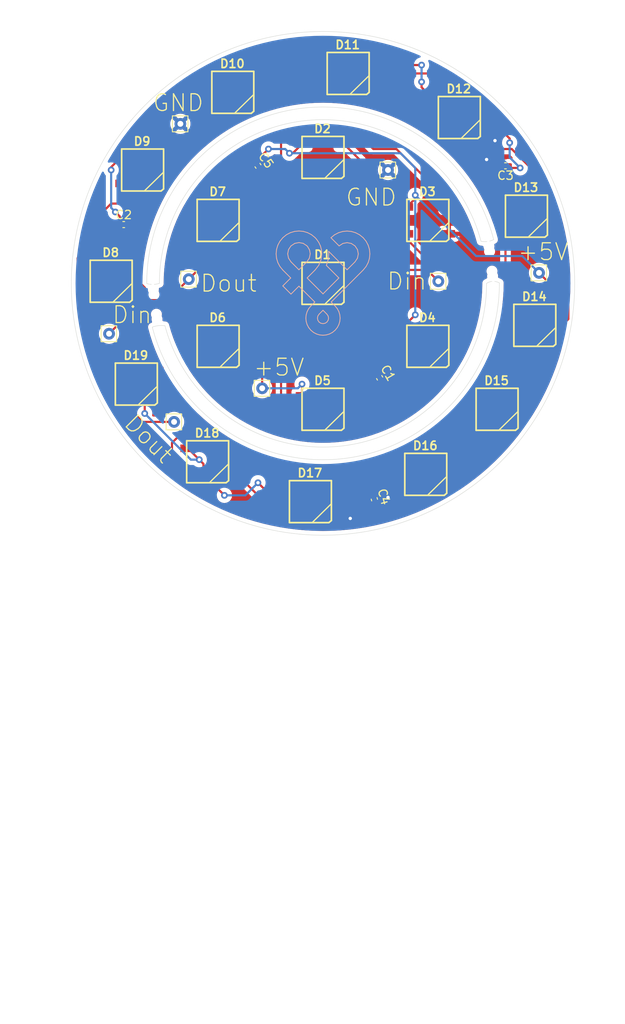
<source format=kicad_pcb>
(kicad_pcb (version 20211014) (generator pcbnew)
  (layers (0 "F.Cu" signal) (31 "B.Cu" signal) (34 "B.Paste" user) (35 "F.Paste" user) (36 "B.SilkS" user "B.Silkscreen") (37 "F.SilkS" user "F.Silkscreen") (38 "B.Mask" user) (39 "F.Mask" user) (44 "Edge.Cuts" user))
  (net 0 "")
  (net 1 "GND")
  (net 2 "+5V")
  (net 3 "Net-(D1-Pad4)")
  (net 4 "Net-(D1-Pad2)")
  (net 5 "Net-(D2-Pad2)")
  (net 6 "Net-(D4-Pad4)")
  (net 7 "Net-(D4-Pad2)")
  (net 8 "Net-(D5-Pad2)")
  (net 9 "Net-(D7-Pad2)")
  (net 10 "Net-(D8-Pad2)")
  (net 11 "Net-(D9-Pad2)")
  (net 12 "Net-(D10-Pad2)")
  (net 13 "Net-(D11-Pad2)")
  (net 14 "Net-(D12-Pad2)")
  (net 15 "Net-(D13-Pad2)")
  (net 16 "Net-(D14-Pad2)")
  (net 17 "Net-(D15-Pad2)")
  (net 18 "Net-(D16-Pad2)")
  (net 19 "Net-(D18-Pad4)")
  (net 20 "Net-(D18-Pad2)")
  (net 21 "Net-(H4-Pad1)")
  (net 22 "Net-(D7-Pad4)")
  (footprint "fingerpunch:WS2812B" (layer "F.Cu") (at 150 85)
    (fp_text reference "D2" (at -0.06 -3.41) (layer "F.SilkS") (effects (font (thickness 0.2))))
    (fp_text value "WS2812B" hide)
    (pad "1" smd rect locked (at -2.49936 -1.6002 90) (size 0.89916 1.50114) (layers "F.Cu" "F.Paste" "F.Mask") (net 2 "+5V"))
    (pad "2" smd rect locked (at -2.49936 1.6002 90) (size 0.89916 1.50114) (layers "F.Cu" "F.Paste" "F.Mask") (net 5 "Net-(D2-Pad2)"))
    (pad "3" smd rect locked (at 2.49936 1.6002 90) (size 0.89916 1.50114) (layers "F.Cu" "F.Paste" "F.Mask") (net 1 "GND"))
    (pad "4" smd rect locked (at 2.49936 -1.6002 90) (size 0.89916 1.50114) (layers "F.Cu" "F.Paste" "F.Mask") (net 4 "Net-(D1-Pad2)"))
  )
  (footprint "Capacitor_SMD:C_0402_1005Metric" (layer "F.Cu") (at 156.75 111.25 -60)
    (fp_text reference "C1" (at 0 -1.16 120) (layer "F.SilkS"))
    (fp_text value "10u")
    (pad "1" smd roundrect (at -0.48 0 300) (size 0.56 0.62) (layers "F.Cu" "F.Paste" "F.Mask") (net 2 "+5V"))
    (pad "2" smd roundrect (at 0.48 0 300) (size 0.56 0.62) (layers "F.Cu" "F.Paste" "F.Mask") (net 1 "GND"))
  )
  (footprint "Capacitor_SMD:C_0402_1005Metric" (layer "F.Cu") (at 126.25 93)
    (fp_text reference "C2" (at 0 -1.16) (layer "F.SilkS"))
    (fp_text value "10u")
    (pad "1" smd roundrect (at -0.48 0) (size 0.56 0.62) (layers "F.Cu" "F.Paste" "F.Mask") (net 2 "+5V"))
    (pad "2" smd roundrect (at 0.48 0) (size 0.56 0.62) (layers "F.Cu" "F.Paste" "F.Mask") (net 1 "GND"))
  )
  (footprint "fingerpunch:WS2812B" (layer "F.Cu") (at 170.75 115)
    (fp_text reference "D15" (at -0.06 -3.41) (layer "F.SilkS") (effects (font (thickness 0.2))))
    (fp_text value "WS2812B" hide)
    (pad "1" smd rect locked (at -2.49936 -1.6002 90) (size 0.89916 1.50114) (layers "F.Cu" "F.Paste" "F.Mask") (net 2 "+5V"))
    (pad "2" smd rect locked (at -2.49936 1.6002 90) (size 0.89916 1.50114) (layers "F.Cu" "F.Paste" "F.Mask") (net 17 "Net-(D15-Pad2)"))
    (pad "3" smd rect locked (at 2.49936 1.6002 90) (size 0.89916 1.50114) (layers "F.Cu" "F.Paste" "F.Mask") (net 1 "GND"))
    (pad "4" smd rect locked (at 2.49936 -1.6002 90) (size 0.89916 1.50114) (layers "F.Cu" "F.Paste" "F.Mask") (net 16 "Net-(D14-Pad2)"))
  )
  (footprint "fingerpunch:Breakaway_Tabs_with_Passthrough" (layer "F.Cu") (at 130 102.5 97)
    (fp_text reference "H5")
    (fp_text value "Breakaway_Tabs_with_Passthrough")
    (pad "" np_thru_hole circle (at 2.375 0 97) (size 0.3 0.3) (drill 0.3) (layers *.Cu *.Mask))
    (pad "" np_thru_hole circle (at -1.1875 0 97) (size 0.3 0.3) (drill 0.3) (layers *.Cu *.Mask))
    (pad "" np_thru_hole circle (at 1.1875 0 97) (size 0.3 0.3) (drill 0.3) (layers *.Cu *.Mask))
    (pad "" np_thru_hole circle (at 1.78125 0 97) (size 0.3 0.3) (drill 0.3) (layers *.Cu *.Mask))
    (pad "" np_thru_hole circle (at -2.375 0 97) (size 0.3 0.3) (drill 0.3) (layers *.Cu *.Mask))
    (pad "" np_thru_hole circle (at -1.78125 0 97) (size 0.3 0.3) (drill 0.3) (layers *.Cu *.Mask))
  )
  (footprint "Connector_Pin:Pin_D0.7mm_L6.5mm_W1.8mm_FlatFork" (layer "F.Cu") (at 134 99.5)
    (fp_text reference "H8")
    (fp_text value "MountingHole_Pad")
    (pad "1" thru_hole circle (at 0 0) (size 1.4 1.4) (drill 0.7) (layers *.Cu *.Mask) (net 9 "Net-(D7-Pad2)"))
  )
  (footprint "fingerpunch:WS2812B" (layer "F.Cu") (at 127.75 112)
    (fp_text reference "D19" (at -0.06 -3.41) (layer "F.SilkS") (effects (font (thickness 0.2))))
    (fp_text value "WS2812B" hide)
    (pad "1" smd rect locked (at -2.49936 -1.6002 90) (size 0.89916 1.50114) (layers "F.Cu" "F.Paste" "F.Mask") (net 2 "+5V"))
    (pad "2" smd rect locked (at -2.49936 1.6002 90) (size 0.89916 1.50114) (layers "F.Cu" "F.Paste" "F.Mask") (net 21 "Net-(H4-Pad1)"))
    (pad "3" smd rect locked (at 2.49936 1.6002 90) (size 0.89916 1.50114) (layers "F.Cu" "F.Paste" "F.Mask") (net 1 "GND"))
    (pad "4" smd rect locked (at 2.49936 -1.6002 90) (size 0.89916 1.50114) (layers "F.Cu" "F.Paste" "F.Mask") (net 20 "Net-(D18-Pad2)"))
  )
  (footprint "fingerpunch:Breakaway_Tabs_with_Passthrough" (layer "F.Cu") (at 170 97.367973 97)
    (fp_text reference "H6")
    (fp_text value "Breakaway_Tabs_with_Passthrough")
    (pad "" np_thru_hole circle (at 1.1875 0 97) (size 0.3 0.3) (drill 0.3) (layers *.Cu *.Mask))
    (pad "" np_thru_hole circle (at -1.1875 0 97) (size 0.3 0.3) (drill 0.3) (layers *.Cu *.Mask))
    (pad "" np_thru_hole circle (at -1.78125 0 97) (size 0.3 0.3) (drill 0.3) (layers *.Cu *.Mask))
    (pad "" np_thru_hole circle (at 1.78125 0 97) (size 0.3 0.3) (drill 0.3) (layers *.Cu *.Mask))
    (pad "" np_thru_hole circle (at -2.375 0 97) (size 0.3 0.3) (drill 0.3) (layers *.Cu *.Mask))
    (pad "" np_thru_hole circle (at 2.375 0 97) (size 0.3 0.3) (drill 0.3) (layers *.Cu *.Mask))
  )
  (footprint "Capacitor_SMD:C_0402_1005Metric" (layer "F.Cu") (at 142.25 86 -55)
    (fp_text reference "C5" (at 0 -1.16 125) (layer "F.SilkS"))
    (fp_text value "10u")
    (pad "1" smd roundrect (at -0.48 0 305) (size 0.56 0.62) (layers "F.Cu" "F.Paste" "F.Mask") (net 2 "+5V"))
    (pad "2" smd roundrect (at 0.48 0 305) (size 0.56 0.62) (layers "F.Cu" "F.Paste" "F.Mask") (net 1 "GND"))
  )
  (footprint "fingerpunch:WS2812B" (layer "F.Cu") (at 139.25 77.25)
    (fp_text reference "D10" (at -0.06 -3.41) (layer "F.SilkS") (effects (font (thickness 0.2))))
    (fp_text value "WS2812B" hide)
    (pad "1" smd rect locked (at -2.49936 -1.6002 90) (size 0.89916 1.50114) (layers "F.Cu" "F.Paste" "F.Mask") (net 2 "+5V"))
    (pad "2" smd rect locked (at -2.49936 1.6002 90) (size 0.89916 1.50114) (layers "F.Cu" "F.Paste" "F.Mask") (net 12 "Net-(D10-Pad2)"))
    (pad "3" smd rect locked (at 2.49936 1.6002 90) (size 0.89916 1.50114) (layers "F.Cu" "F.Paste" "F.Mask") (net 1 "GND"))
    (pad "4" smd rect locked (at 2.49936 -1.6002 90) (size 0.89916 1.50114) (layers "F.Cu" "F.Paste" "F.Mask") (net 11 "Net-(D9-Pad2)"))
  )
  (footprint "fingerpunch:WS2812B" (layer "F.Cu") (at 137.5 107.5)
    (fp_text reference "D6" (at -0.06 -3.41) (layer "F.SilkS") (effects (font (thickness 0.2))))
    (fp_text value "WS2812B" hide)
    (pad "1" smd rect locked (at -2.49936 -1.6002 90) (size 0.89916 1.50114) (layers "F.Cu" "F.Paste" "F.Mask") (net 2 "+5V"))
    (pad "2" smd rect locked (at -2.49936 1.6002 90) (size 0.89916 1.50114) (layers "F.Cu" "F.Paste" "F.Mask") (net 22 "Net-(D7-Pad4)"))
    (pad "3" smd rect locked (at 2.49936 1.6002 90) (size 0.89916 1.50114) (layers "F.Cu" "F.Paste" "F.Mask") (net 1 "GND"))
    (pad "4" smd rect locked (at 2.49936 -1.6002 90) (size 0.89916 1.50114) (layers "F.Cu" "F.Paste" "F.Mask") (net 8 "Net-(D5-Pad2)"))
  )
  (footprint "fingerpunch:WS2812B" (layer "F.Cu") (at 124.75 99.75)
    (fp_text reference "D8" (at -0.06 -3.41) (layer "F.SilkS") (effects (font (thickness 0.2))))
    (fp_text value "WS2812B" hide)
    (pad "1" smd rect locked (at -2.49936 -1.6002 90) (size 0.89916 1.50114) (layers "F.Cu" "F.Paste" "F.Mask") (net 2 "+5V"))
    (pad "2" smd rect locked (at -2.49936 1.6002 90) (size 0.89916 1.50114) (layers "F.Cu" "F.Paste" "F.Mask") (net 10 "Net-(D8-Pad2)"))
    (pad "3" smd rect locked (at 2.49936 1.6002 90) (size 0.89916 1.50114) (layers "F.Cu" "F.Paste" "F.Mask") (net 1 "GND"))
    (pad "4" smd rect locked (at 2.49936 -1.6002 90) (size 0.89916 1.50114) (layers "F.Cu" "F.Paste" "F.Mask") (net 9 "Net-(D7-Pad2)"))
  )
  (footprint "Connector_Pin:Pin_D0.7mm_L6.5mm_W1.8mm_FlatFork" (layer "F.Cu") (at 132.25 116.5)
    (fp_text reference "H4")
    (fp_text value "MountingHole_Pad")
    (pad "1" thru_hole circle (at 0 0) (size 1.4 1.4) (drill 0.7) (layers *.Cu *.Mask) (net 21 "Net-(H4-Pad1)"))
  )
  (footprint "Connector_Pin:Pin_D0.7mm_L6.5mm_W1.8mm_FlatFork" (layer "F.Cu") (at 133 81)
    (fp_text reference "H9")
    (fp_text value "MountingHole_Pad")
    (pad "1" thru_hole circle (at 0 0) (size 1.4 1.4) (drill 0.7) (layers *.Cu *.Mask) (net 1 "GND"))
  )
  (footprint "fingerpunch:WS2812B" (layer "F.Cu") (at 136.25 121.25)
    (fp_text reference "D18" (at -0.06 -3.41) (layer "F.SilkS") (effects (font (thickness 0.2))))
    (fp_text value "WS2812B" hide)
    (pad "1" smd rect locked (at -2.49936 -1.6002 90) (size 0.89916 1.50114) (layers "F.Cu" "F.Paste" "F.Mask") (net 2 "+5V"))
    (pad "2" smd rect locked (at -2.49936 1.6002 90) (size 0.89916 1.50114) (layers "F.Cu" "F.Paste" "F.Mask") (net 20 "Net-(D18-Pad2)"))
    (pad "3" smd rect locked (at 2.49936 1.6002 90) (size 0.89916 1.50114) (layers "F.Cu" "F.Paste" "F.Mask") (net 1 "GND"))
    (pad "4" smd rect locked (at 2.49936 -1.6002 90) (size 0.89916 1.50114) (layers "F.Cu" "F.Paste" "F.Mask") (net 19 "Net-(D18-Pad4)"))
  )
  (footprint "Connector_Pin:Pin_D0.7mm_L6.5mm_W1.8mm_FlatFork" (layer "F.Cu") (at 157.75 86.5)
    (fp_text reference "H2")
    (fp_text value "MountingHole_Pad")
    (pad "1" thru_hole circle (at 0 0) (size 1.4 1.4) (drill 0.7) (layers *.Cu *.Mask) (net 1 "GND"))
  )
  (footprint "Connector_Pin:Pin_D0.7mm_L6.5mm_W1.8mm_FlatFork" (layer "F.Cu") (at 163.75 99.75)
    (fp_text reference "H3")
    (fp_text value "MountingHole_Pad")
    (pad "1" thru_hole circle (at 0 0) (size 1.4 1.4) (drill 0.7) (layers *.Cu *.Mask) (net 3 "Net-(D1-Pad4)"))
  )
  (footprint "Connector_Pin:Pin_D0.7mm_L6.5mm_W1.8mm_FlatFork" (layer "F.Cu") (at 142.75 112.5)
    (fp_text reference "H1")
    (fp_text value "MountingHole_Pad")
    (pad "1" thru_hole circle (at 0 0) (size 1.4 1.4) (drill 0.7) (layers *.Cu *.Mask) (net 2 "+5V"))
  )
  (footprint "Connector_Pin:Pin_D0.7mm_L6.5mm_W1.8mm_FlatFork" (layer "F.Cu") (at 124.5 106)
    (fp_text reference "H10")
    (fp_text value "MountingHole_Pad")
    (pad "1" thru_hole circle (at 0 0) (size 1.4 1.4) (drill 0.7) (layers *.Cu *.Mask) (net 9 "Net-(D7-Pad2)"))
  )
  (footprint "fingerpunch:WS2812B" (layer "F.Cu") (at 148.5 126)
    (fp_text reference "D17" (at -0.06 -3.41) (layer "F.SilkS") (effects (font (thickness 0.2))))
    (fp_text value "WS2812B" hide)
    (pad "1" smd rect locked (at -2.49936 -1.6002 90) (size 0.89916 1.50114) (layers "F.Cu" "F.Paste" "F.Mask") (net 2 "+5V"))
    (pad "2" smd rect locked (at -2.49936 1.6002 90) (size 0.89916 1.50114) (layers "F.Cu" "F.Paste" "F.Mask") (net 19 "Net-(D18-Pad4)"))
    (pad "3" smd rect locked (at 2.49936 1.6002 90) (size 0.89916 1.50114) (layers "F.Cu" "F.Paste" "F.Mask") (net 1 "GND"))
    (pad "4" smd rect locked (at 2.49936 -1.6002 90) (size 0.89916 1.50114) (layers "F.Cu" "F.Paste" "F.Mask") (net 18 "Net-(D16-Pad2)"))
  )
  (footprint "Capacitor_SMD:C_0402_1005Metric" (layer "F.Cu") (at 171.75 86 180)
    (fp_text reference "C3" (at 0 -1.16) (layer "F.SilkS"))
    (fp_text value "10u")
    (pad "1" smd roundrect (at -0.48 0 180) (size 0.56 0.62) (layers "F.Cu" "F.Paste" "F.Mask") (net 2 "+5V"))
    (pad "2" smd roundrect (at 0.48 0 180) (size 0.56 0.62) (layers "F.Cu" "F.Paste" "F.Mask") (net 1 "GND"))
  )
  (footprint "fingerpunch:WS2812B" (layer "F.Cu") (at 174.25 92)
    (fp_text reference "D13" (at -0.06 -3.41) (layer "F.SilkS") (effects (font (thickness 0.2))))
    (fp_text value "WS2812B" hide)
    (pad "1" smd rect locked (at -2.49936 -1.6002 90) (size 0.89916 1.50114) (layers "F.Cu" "F.Paste" "F.Mask") (net 2 "+5V"))
    (pad "2" smd rect locked (at -2.49936 1.6002 90) (size 0.89916 1.50114) (layers "F.Cu" "F.Paste" "F.Mask") (net 15 "Net-(D13-Pad2)"))
    (pad "3" smd rect locked (at 2.49936 1.6002 90) (size 0.89916 1.50114) (layers "F.Cu" "F.Paste" "F.Mask") (net 1 "GND"))
    (pad "4" smd rect locked (at 2.49936 -1.6002 90) (size 0.89916 1.50114) (layers "F.Cu" "F.Paste" "F.Mask") (net 14 "Net-(D12-Pad2)"))
  )
  (footprint "Capacitor_SMD:C_0402_1005Metric" (layer "F.Cu") (at 156.124233 125.713644 -75)
    (fp_text reference "C4" (at 0 -1.16 105) (layer "F.SilkS"))
    (fp_text value "10u")
    (pad "1" smd roundrect (at -0.48 0 285) (size 0.56 0.62) (layers "F.Cu" "F.Paste" "F.Mask") (net 2 "+5V"))
    (pad "2" smd roundrect (at 0.48 0 285) (size 0.56 0.62) (layers "F.Cu" "F.Paste" "F.Mask") (net 1 "GND"))
  )
  (footprint "fingerpunch:WS2812B" (layer "F.Cu") (at 128.5 86.5)
    (fp_text reference "D9" (at -0.06 -3.41) (layer "F.SilkS") (effects (font (thickness 0.2))))
    (fp_text value "WS2812B" hide)
    (pad "1" smd rect locked (at -2.49936 -1.6002 90) (size 0.89916 1.50114) (layers "F.Cu" "F.Paste" "F.Mask") (net 2 "+5V"))
    (pad "2" smd rect locked (at -2.49936 1.6002 90) (size 0.89916 1.50114) (layers "F.Cu" "F.Paste" "F.Mask") (net 11 "Net-(D9-Pad2)"))
    (pad "3" smd rect locked (at 2.49936 1.6002 90) (size 0.89916 1.50114) (layers "F.Cu" "F.Paste" "F.Mask") (net 1 "GND"))
    (pad "4" smd rect locked (at 2.49936 -1.6002 90) (size 0.89916 1.50114) (layers "F.Cu" "F.Paste" "F.Mask") (net 10 "Net-(D8-Pad2)"))
  )
  (footprint "fingerpunch:WS2812B" (layer "F.Cu") (at 150 100)
    (fp_text reference "D1" (at -0.06 -3.41) (layer "F.SilkS") (effects (font (thickness 0.2))))
    (fp_text value "WS2812B" hide)
    (pad "1" smd rect locked (at -2.49936 -1.6002 90) (size 0.89916 1.50114) (layers "F.Cu" "F.Paste" "F.Mask") (net 2 "+5V"))
    (pad "2" smd rect locked (at -2.49936 1.6002 90) (size 0.89916 1.50114) (layers "F.Cu" "F.Paste" "F.Mask") (net 4 "Net-(D1-Pad2)"))
    (pad "3" smd rect locked (at 2.49936 1.6002 90) (size 0.89916 1.50114) (layers "F.Cu" "F.Paste" "F.Mask") (net 1 "GND"))
    (pad "4" smd rect locked (at 2.49936 -1.6002 90) (size 0.89916 1.50114) (layers "F.Cu" "F.Paste" "F.Mask") (net 3 "Net-(D1-Pad4)"))
  )
  (footprint "Connector_Pin:Pin_D0.7mm_L6.5mm_W1.8mm_FlatFork" (layer "F.Cu") (at 175.75 98.75)
    (fp_text reference "H7")
    (fp_text value "MountingHole_Pad")
    (pad "1" thru_hole circle (at 0 0) (size 1.4 1.4) (drill 0.7) (layers *.Cu *.Mask) (net 2 "+5V"))
  )
  (footprint "fingerpunch:WS2812B" (layer "F.Cu") (at 175.25 105)
    (fp_text reference "D14" (at -0.06 -3.41) (layer "F.SilkS") (effects (font (thickness 0.2))))
    (fp_text value "WS2812B" hide)
    (pad "1" smd rect locked (at -2.49936 -1.6002 90) (size 0.89916 1.50114) (layers "F.Cu" "F.Paste" "F.Mask") (net 2 "+5V"))
    (pad "2" smd rect locked (at -2.49936 1.6002 90) (size 0.89916 1.50114) (layers "F.Cu" "F.Paste" "F.Mask") (net 16 "Net-(D14-Pad2)"))
    (pad "3" smd rect locked (at 2.49936 1.6002 90) (size 0.89916 1.50114) (layers "F.Cu" "F.Paste" "F.Mask") (net 1 "GND"))
    (pad "4" smd rect locked (at 2.49936 -1.6002 90) (size 0.89916 1.50114) (layers "F.Cu" "F.Paste" "F.Mask") (net 15 "Net-(D13-Pad2)"))
  )
  (footprint "fingerpunch:WS2812B" (layer "F.Cu") (at 162.25 122.75)
    (fp_text reference "D16" (at -0.06 -3.41) (layer "F.SilkS") (effects (font (thickness 0.2))))
    (fp_text value "WS2812B" hide)
    (pad "1" smd rect locked (at -2.49936 -1.6002 90) (size 0.89916 1.50114) (layers "F.Cu" "F.Paste" "F.Mask") (net 2 "+5V"))
    (pad "2" smd rect locked (at -2.49936 1.6002 90) (size 0.89916 1.50114) (layers "F.Cu" "F.Paste" "F.Mask") (net 18 "Net-(D16-Pad2)"))
    (pad "3" smd rect locked (at 2.49936 1.6002 90) (size 0.89916 1.50114) (layers "F.Cu" "F.Paste" "F.Mask") (net 1 "GND"))
    (pad "4" smd rect locked (at 2.49936 -1.6002 90) (size 0.89916 1.50114) (layers "F.Cu" "F.Paste" "F.Mask") (net 17 "Net-(D15-Pad2)"))
  )
  (footprint "fingerpunch:WS2812B" (layer "F.Cu") (at 162.5 92.5)
    (fp_text reference "D3" (at -0.06 -3.41) (layer "F.SilkS") (effects (font (thickness 0.2))))
    (fp_text value "WS2812B" hide)
    (pad "1" smd rect locked (at -2.49936 -1.6002 90) (size 0.89916 1.50114) (layers "F.Cu" "F.Paste" "F.Mask") (net 2 "+5V"))
    (pad "2" smd rect locked (at -2.49936 1.6002 90) (size 0.89916 1.50114) (layers "F.Cu" "F.Paste" "F.Mask") (net 6 "Net-(D4-Pad4)"))
    (pad "3" smd rect locked (at 2.49936 1.6002 90) (size 0.89916 1.50114) (layers "F.Cu" "F.Paste" "F.Mask") (net 1 "GND"))
    (pad "4" smd rect locked (at 2.49936 -1.6002 90) (size 0.89916 1.50114) (layers "F.Cu" "F.Paste" "F.Mask") (net 5 "Net-(D2-Pad2)"))
  )
  (footprint "fingerpunch:WS2812B" (layer "F.Cu") (at 150 115)
    (fp_text reference "D5" (at -0.06 -3.41) (layer "F.SilkS") (effects (font (thickness 0.2))))
    (fp_text value "WS2812B" hide)
    (pad "1" smd rect locked (at -2.49936 -1.6002 90) (size 0.89916 1.50114) (layers "F.Cu" "F.Paste" "F.Mask") (net 2 "+5V"))
    (pad "2" smd rect locked (at -2.49936 1.6002 90) (size 0.89916 1.50114) (layers "F.Cu" "F.Paste" "F.Mask") (net 8 "Net-(D5-Pad2)"))
    (pad "3" smd rect locked (at 2.49936 1.6002 90) (size 0.89916 1.50114) (layers "F.Cu" "F.Paste" "F.Mask") (net 1 "GND"))
    (pad "4" smd rect locked (at 2.49936 -1.6002 90) (size 0.89916 1.50114) (layers "F.Cu" "F.Paste" "F.Mask") (net 7 "Net-(D4-Pad2)"))
  )
  (footprint "fingerpunch:WS2812B" (layer "F.Cu") (at 137.5 92.5)
    (fp_text reference "D7" (at -0.06 -3.41) (layer "F.SilkS") (effects (font (thickness 0.2))))
    (fp_text value "WS2812B" hide)
    (pad "1" smd rect locked (at -2.49936 -1.6002 90) (size 0.89916 1.50114) (layers "F.Cu" "F.Paste" "F.Mask") (net 2 "+5V"))
    (pad "2" smd rect locked (at -2.49936 1.6002 90) (size 0.89916 1.50114) (layers "F.Cu" "F.Paste" "F.Mask") (net 9 "Net-(D7-Pad2)"))
    (pad "3" smd rect locked (at 2.49936 1.6002 90) (size 0.89916 1.50114) (layers "F.Cu" "F.Paste" "F.Mask") (net 1 "GND"))
    (pad "4" smd rect locked (at 2.49936 -1.6002 90) (size 0.89916 1.50114) (layers "F.Cu" "F.Paste" "F.Mask") (net 22 "Net-(D7-Pad4)"))
  )
  (footprint "fingerpunch:WS2812B" (layer "F.Cu") (at 162.5 107.5)
    (fp_text reference "D4" (at -0.06 -3.41) (layer "F.SilkS") (effects (font (thickness 0.2))))
    (fp_text value "WS2812B" hide)
    (pad "1" smd rect locked (at -2.49936 -1.6002 90) (size 0.89916 1.50114) (layers "F.Cu" "F.Paste" "F.Mask") (net 2 "+5V"))
    (pad "2" smd rect locked (at -2.49936 1.6002 90) (size 0.89916 1.50114) (layers "F.Cu" "F.Paste" "F.Mask") (net 7 "Net-(D4-Pad2)"))
    (pad "3" smd rect locked (at 2.49936 1.6002 90) (size 0.89916 1.50114) (layers "F.Cu" "F.Paste" "F.Mask") (net 1 "GND"))
    (pad "4" smd rect locked (at 2.49936 -1.6002 90) (size 0.89916 1.50114) (layers "F.Cu" "F.Paste" "F.Mask") (net 6 "Net-(D4-Pad4)"))
  )
  (footprint "fingerpunch:WS2812B" (layer "F.Cu") (at 153 75)
    (fp_text reference "D11" (at -0.06 -3.41) (layer "F.SilkS") (effects (font (thickness 0.2))))
    (fp_text value "WS2812B" hide)
    (pad "1" smd rect locked (at -2.49936 -1.6002 90) (size 0.89916 1.50114) (layers "F.Cu" "F.Paste" "F.Mask") (net 2 "+5V"))
    (pad "2" smd rect locked (at -2.49936 1.6002 90) (size 0.89916 1.50114) (layers "F.Cu" "F.Paste" "F.Mask") (net 13 "Net-(D11-Pad2)"))
    (pad "3" smd rect locked (at 2.49936 1.6002 90) (size 0.89916 1.50114) (layers "F.Cu" "F.Paste" "F.Mask") (net 1 "GND"))
    (pad "4" smd rect locked (at 2.49936 -1.6002 90) (size 0.89916 1.50114) (layers "F.Cu" "F.Paste" "F.Mask") (net 12 "Net-(D10-Pad2)"))
  )
  (footprint "fingerpunch:WS2812B" (layer "F.Cu") (at 166.25 80.25)
    (fp_text reference "D12" (at -0.06 -3.41) (layer "F.SilkS") (effects (font (thickness 0.2))))
    (fp_text value "WS2812B" hide)
    (pad "1" smd rect locked (at -2.49936 -1.6002 90) (size 0.89916 1.50114) (layers "F.Cu" "F.Paste" "F.Mask") (net 2 "+5V"))
    (pad "2" smd rect locked (at -2.49936 1.6002 90) (size 0.89916 1.50114) (layers "F.Cu" "F.Paste" "F.Mask") (net 14 "Net-(D12-Pad2)"))
    (pad "3" smd rect locked (at 2.49936 1.6002 90) (size 0.89916 1.50114) (layers "F.Cu" "F.Paste" "F.Mask") (net 1 "GND"))
    (pad "4" smd rect locked (at 2.49936 -1.6002 90) (size 0.89916 1.50114) (layers "F.Cu" "F.Paste" "F.Mask") (net 13 "Net-(D11-Pad2)"))
  )
  (footprint "fingerpunch:fingerpunch-logo" (layer "B.Cu") (at 150 100 180)
    (fp_text reference "REF**")
    (fp_text value "fingerpunch-logo")
  )
  (gr_arc (start 129.656529 105.209914) (mid 130.399052 105.038359) (end 131.161103 105.045504) (layer "Edge.Cuts") (width 0.05))
  (gr_arc (start 170.343471 94.790087) (mid 169.604623 95.016139) (end 168.832452 94.988819) (layer "Edge.Cuts") (width 0.05))
  (gr_arc (start 171.026693 99.954241) (mid 152.661439 120.842664) (end 129.656529 105.209913) (layer "Edge.Cuts") (width 0.05))
  (gr_circle (center 150 100) (end 180 100) (layer "Edge.Cuts") (width 0.05) (fill none))
  (gr_arc (start 130.5 100) (mid 147.46687 80.670691) (end 168.832452 94.988819) (layer "Edge.Cuts") (width 0.05))
  (gr_arc (start 169.5 100) (mid 170.256792 99.758427) (end 171.026693 99.954241) (layer "Edge.Cuts") (width 0.05))
  (gr_arc (start 169.5 100) (mid 152.543054 119.334737) (end 131.161103 105.045504) (layer "Edge.Cuts") (width 0.05))
  (gr_arc (start 130.5 99.999999) (mid 129.748157 100.124438) (end 128.992254 100.027665) (layer "Edge.Cuts") (width 0.05))
  (gr_arc (start 128.992254 100.027665) (mid 147.356891 79.163516) (end 170.343471 94.790087) (layer "Edge.Cuts") (width 0.05))
  (gr_text "Din" (at 160 99.75) (layer "F.SilkS") (effects (font (size 2 2))))
  (gr_text "Dout" (at 138.75 100) (layer "F.SilkS") (effects (font (size 2 2))))
  (gr_text "Dout" (at 129.25 118.5 -45) (layer "F.SilkS") (effects (font (size 2 2))))
  (gr_text "+5V" (at 144.75 110) (layer "F.SilkS") (effects (font (size 2 2))))
  (gr_text "GND" (at 155.75 89.75) (layer "F.SilkS") (effects (font (size 2 2))))
  (gr_text "Din" (at 127.25 103.75) (layer "F.SilkS") (effects (font (size 2 2))))
  (gr_text "+5V" (at 176.25 96.25) (layer "F.SilkS") (effects (font (size 2 2))))
  (gr_text "GND" (at 132.75 78.5) (layer "F.SilkS") (effects (font (size 2 2))))
  (segment (start 168.74936 81.8502) (end 169.3502 81.8502) (width 0.254) (layer "F.Cu") (net 1))
  (segment (start 169.3502 81.8502) (end 170.5 83) (width 0.254) (layer "F.Cu") (net 1))
  (segment (start 156.248466 126.177288) (end 157.072712 126.177288) (width 0.254) (layer "F.Cu") (net 1))
  (segment (start 157.072712 126.177288) (end 157.75 125.5) (width 0.254) (layer "F.Cu") (net 1))
  (via (at 153.25 128) (size 0.8) (drill 0.4) (layers "F.Cu" "B.Cu") (net 1))
  (via (at 170.5 83) (size 0.8) (drill 0.4) (layers "F.Cu" "B.Cu") (net 1))
  (via (at 169.5 85.25) (size 0.8) (drill 0.4) (layers "F.Cu" "B.Cu") (net 1))
  (via (at 157.75 125.5) (size 0.8) (drill 0.4) (layers "F.Cu" "B.Cu") (net 1))
  (segment (start 157.75 125.5) (end 155.25 128) (width 0.254) (layer "B.Cu") (net 1))
  (segment (start 170.5 83) (end 170.5 84.25) (width 0.254) (layer "B.Cu") (net 1))
  (segment (start 155.25 128) (end 153.25 128) (width 0.254) (layer "B.Cu") (net 1))
  (segment (start 170.5 84.25) (end 169.5 85.25) (width 0.254) (layer "B.Cu") (net 1))
  (segment (start 156.51 110.834308) (end 151.665692 110.834308) (width 0.254) (layer "F.Cu") (net 2))
  (segment (start 136.75064 75.6498) (end 138.1002 75.6498) (width 0.254) (layer "F.Cu") (net 2))
  (segment (start 135.75 122.75) (end 135.75 121.5) (width 0.254) (layer "F.Cu") (net 2))
  (segment (start 161 89.90044) (end 160.00064 90.8998) (width 0.254) (layer "F.Cu") (net 2))
  (segment (start 172.23 89.92044) (end 171.75064 90.3998) (width 0.254) (layer "F.Cu") (net 2))
  (segment (start 154.25 72) (end 156.5 72) (width 0.254) (layer "F.Cu") (net 2))
  (segment (start 150.50064 73.3998) (end 152.8502 73.3998) (width 0.254) (layer "F.Cu") (net 2))
  (segment (start 141.974683 85.606807) (end 141.974683 85.525317) (width 0.254) (layer "F.Cu") (net 2))
  (segment (start 124.75 86.5) (end 124.75 86.15044) (width 0.254) (layer "F.Cu") (net 2))
  (segment (start 147.50064 96.24936) (end 152.8502 90.8998) (width 0.254) (layer "F.Cu") (net 2))
  (segment (start 125.77 92.02) (end 125.25 91.5) (width 0.254) (layer "F.Cu") (net 2))
  (segment (start 174.6498 103.3998) (end 172.75064 103.3998) (width 0.254) (layer "F.Cu") (net 2))
  (segment (start 135.00064 90.8998) (end 136.68169 90.8998) (width 0.254) (layer "F.Cu") (net 2))
  (segment (start 175.75 98.75) (end 179.25 102.25) (width 0.254) (layer "F.Cu") (net 2))
  (segment (start 161.75 76.64916) (end 163.75064 78.6498) (width 0.254) (layer "F.Cu") (net 2))
  (segment (start 128.75 115.5) (end 128.75 113.89916) (width 0.254) (layer "F.Cu") (net 2))
  (segment (start 122.25064 98.1498) (end 122.25064 97.24936) (width 0.254) (layer "F.Cu") (net 2))
  (segment (start 141.974683 85.525317) (end 143.5 84) (width 0.254) (layer "F.Cu") (net 2))
  (segment (start 138.5 107.75) (end 136.6498 105.8998) (width 0.254) (layer "F.Cu") (net 2))
  (segment (start 176.25 105) (end 174.6498 103.3998) (width 0.254) (layer "F.Cu") (net 2))
  (segment (start 159.5 74) (end 161.75 74) (width 0.254) (layer "F.Cu") (net 2))
  (segment (start 124 102) (end 124 100) (width 0.254) (layer "F.Cu") (net 2))
  (segment (start 160.00064 105.8998) (end 160.00064 106.24936) (width 0.254) (layer "F.Cu") (net 2))
  (segment (start 122.25064 97.24936) (end 125.77 93.73) (width 0.254) (layer "F.Cu") (net 2))
  (segment (start 171.25 110.40044) (end 168.25064 113.3998) (width 0.254) (layer "F.Cu") (net 2))
  (segment (start 146 84.5) (end 146.40044 84.5) (width 0.254) (layer "F.Cu") (net 2))
  (segment (start 152.8502 90.8998) (end 160.00064 90.8998) (width 0.254) (layer "F.Cu") (net 2))
  (segment (start 168.25064 113.3998) (end 168.25064 114.24936) (width 0.254) (layer "F.Cu") (net 2))
  (segment (start 148.1002 124.3998) (end 146.00064 124.3998) (width 0.254) (layer "F.Cu") (net 2))
  (segment (start 172.48 86.25) (end 172.23 86) (width 0.254) (layer "F.Cu") (net 2))
  (segment (start 178.5 105) (end 176.25 105) (width 0.254) (layer "F.Cu") (net 2))
  (segment (start 138.25 125.25) (end 135.75 122.75) (width 0.254) (layer "F.Cu") (net 2))
  (segment (start 141 107.75) (end 138.5 107.75) (width 0.254) (layer "F.Cu") (net 2))
  (segment (start 147.5 112) (end 147.5 113.39916) (width 0.254) (layer "F.Cu") (net 2))
  (segment (start 138.1002 75.6498) (end 140.3502 73.3998) (width 0.254) (layer "F.Cu") (net 2))
  (segment (start 161 89.5) (end 161 89.90044) (width 0.254) (layer "F.Cu") (net 2))
  (segment (start 161 103.75) (end 160.00064 104.74936) (width 0.254) (layer "F.Cu") (net 2))
  (segment (start 149.5 123) (end 148.1002 124.3998) (width 0.254) (layer "F.Cu") (net 2))
  (segment (start 133.8998 119.6498) (end 133.75064 119.6498) (width 0.254) (layer "F.Cu") (net 2))
  (segment (start 160.00064 106.24936) (end 156.75 109.5) (width 0.254) (layer "F.Cu") (net 2))
  (segment (start 151.665692 110.834308) (end 149.1002 113.3998) (width 0.254) (layer "F.Cu") (net 2))
  (segment (start 125.25064 110.3998) (end 122.5 107.64916) (width 0.254) (layer "F.Cu") (net 2))
  (segment (start 128.75 82.15044) (end 128.75 80.5) (width 0.254) (layer "F.Cu") (net 2))
  (segment (start 122.5 103.5) (end 124 102) (width 0.254) (layer "F.Cu") (net 2))
  (segment (start 156.75 109.5) (end 156.75 110.594308) (width 0.254) (layer "F.Cu") (net 2))
  (segment (start 159.75064 121.1498) (end 159.75064 121.49936) (width 0.254) (layer "F.Cu") (net 2))
  (segment (start 125.77 93) (end 125.77 92.02) (width 0.254) (layer "F.Cu") (net 2))
  (segment (start 172.23 86) (end 172.23 89.92044) (width 0.254) (layer "F.Cu") (net 2))
  (segment (start 124 100) (end 122.25064 98.25064) (width 0.254) (layer "F.Cu") (net 2))
  (segment (start 160.00064 104.74936) (end 160.00064 105.8998) (width 0.254) (layer "F.Cu") (net 2))
  (segment (start 128.75 80.5) (end 133.6002 75.6498) (width 0.254) (layer "F.Cu") (net 2))
  (segment (start 140.3502 73.3998) (end 150.50064 73.3998) (width 0.254) (layer "F.Cu") (net 2))
  (segment (start 169.75 80.25) (end 170.75 81.25) (width 0.254) (layer "F.Cu") (net 2))
  (segment (start 126.00064 84.8998) (end 128.75 82.15044) (width 0.254) (layer "F.Cu") (net 2))
  (segment (start 156.75 110.594308) (end 156.51 110.834308) (width 0.254) (layer "F.Cu") (net 2))
  (segment (start 122.5 107.64916) (end 122.5 103.5) (width 0.254) (layer "F.Cu") (net 2))
  (segment (start 142.8998 124.3998) (end 142.25 123.75) (width 0.254) (layer "F.Cu") (net 2))
  (segment (start 172.75064 104.24936) (end 171.25 105.75) (width 0.254) (layer "F.Cu") (net 2))
  (segment (start 157.5 72) (end 158.5 73) (width 0.254) (layer "F.Cu") (net 2))
  (segment (start 165.75 80.25) (end 169.75 80.25) (width 0.254) (layer "F.Cu") (net 2))
  (segment (start 125.77 93.73) (end 125.77 93) (width 0.254) (layer "F.Cu") (net 2))
  (segment (start 156 125.25) (end 155 125.25) (width 0.254) (layer "F.Cu") (net 2))
  (segment (start 165.35084 80.25) (end 165.75 80.25) (width 0.254) (layer "F.Cu") (net 2))
  (segment (start 136.6498 105.8998) (end 135.00064 105.8998) (width 0.254) (layer "F.Cu") (net 2))
  (segment (start 122.25064 98.25064) (end 122.25064 98.1498) (width 0.254) (layer "F.Cu") (net 2))
  (segment (start 135.75 121.5) (end 135.25 121) (width 0.254) (layer "F.Cu") (net 2))
  (segment (start 168.25064 114.24936) (end 161.3502 121.1498) (width 0.254) (layer "F.Cu") (net 2))
  (segment (start 159.75064 121.49936) (end 156 125.25) (width 0.254) (layer "F.Cu") (net 2))
  (segment (start 173.5 86.25) (end 172.48 86.25) (width 0.254) (layer "F.Cu") (net 2))
  (segment (start 147.5 113.39916) (end 147.50064 113.3998) (width 0.254) (layer "F.Cu") (net 2))
  (segment (start 146.40044 84.5) (end 147.50064 83.3998) (width 0.254) (layer "F.Cu") (net 2))
  (segment (start 179.25 104.25) (end 178.5 105) (width 0.254) (layer "F.Cu") (net 2))
  (segment (start 172.75064 103.3998) (end 172.75064 104.24936) (width 0.254) (layer "F.Cu") (net 2))
  (segment (start 158.5 73) (end 159.5 74) (width 0.254) (layer "F.Cu") (net 2))
  (segment (start 153.25 73) (end 154.25 72) (width 0.254) (layer "F.Cu") (net 2))
  (segment (start 156.5 72) (end 157.5 72) (width 0.254) (layer "F.Cu") (net 2))
  (segment (start 172.25 82.75) (end 172.25 83.25) (width 0.254) (layer "F.Cu") (net 2))
  (segment (start 161.75 76) (end 161.75 76.64916) (width 0.254) (layer "F.Cu") (net 2))
  (segment (start 147.50064 98.3998) (end 147.50064 96.24936) (width 0.254) (layer "F.Cu") (net 2))
  (segment (start 146.00064 124.3998) (end 142.8998 124.3998) (width 0.254) (layer "F.Cu") (net 2))
  (segment (start 124.75 86.15044) (end 126.00064 84.8998) (width 0.254) (layer "F.Cu") (net 2))
  (segment (start 155 125.25) (end 152.75 123) (width 0.254) (layer "F.Cu") (net 2))
  (segment (start 128.75 113.89916) (end 125.25064 110.3998) (width 0.254) (layer "F.Cu") (net 2))
  (segment (start 152.8502 73.3998) (end 153.25 73) (width 0.254) (layer "F.Cu") (net 2))
  (segment (start 142.75 109.5) (end 141 107.75) (width 0.254) (layer "F.Cu") (net 2))
  (segment (start 135.25 121) (end 133.8998 119.6498) (width 0.254) (layer "F.Cu") (net 2))
  (segment (start 136.68169 90.8998) (end 141.974683 85.606807) (width 0.254) (layer "F.Cu") (net 2))
  (segment (start 170.75 81.25) (end 172.25 82.75) (width 0.254) (layer "F.Cu") (net 2))
  (segment (start 149.1002 113.3998) (end 147.50064 113.3998) (width 0.254) (layer "F.Cu") (net 2))
  (segment (start 142.75 112.5) (end 142.75 109.5) (width 0.254) (layer "F.Cu") (net 2))
  (segment (start 163.75064 78.6498) (end 165.35084 80.25) (width 0.254) (layer "F.Cu") (net 2))
  (segment (start 179.25 102.25) (end 179.25 104.25) (width 0.254) (layer "F.Cu") (net 2))
  (segment (start 152.75 123) (end 149.5 123) (width 0.254) (layer "F.Cu") (net 2))
  (segment (start 133.6002 75.6498) (end 136.75064 75.6498) (width 0.254) (layer "F.Cu") (net 2))
  (segment (start 171.25 105.75) (end 171.25 110.40044) (width 0.254) (layer "F.Cu") (net 2))
  (segment (start 161.3502 121.1498) (end 159.75064 121.1498) (width 0.254) (layer "F.Cu") (net 2))
  (via (at 125.25 91.5) (size 0.8) (drill 0.4) (layers "F.Cu" "B.Cu") (net 2))
  (via (at 161.75 76) (size 0.8) (drill 0.4) (layers "F.Cu" "B.Cu") (net 2))
  (via (at 135.25 121) (size 0.8) (drill 0.4) (layers "F.Cu" "B.Cu") (net 2))
  (via (at 146 84.5) (size 0.8) (drill 0.4) (layers "F.Cu" "B.Cu") (net 2))
  (via (at 128.75 115.5) (size 0.8) (drill 0.4) (layers "F.Cu" "B.Cu") (net 2))
  (via (at 142.25 123.75) (size 0.8) (drill 0.4) (layers "F.Cu" "B.Cu") (net 2))
  (via (at 173.5 86.25) (size 0.8) (drill 0.4) (layers "F.Cu" "B.Cu") (net 2))
  (via (at 143.5 84) (size 0.8) (drill 0.4) (layers "F.Cu" "B.Cu") (net 2))
  (via (at 138.25 125.25) (size 0.8) (drill 0.4) (layers "F.Cu" "B.Cu") (net 2))
  (via (at 147.5 112) (size 0.8) (drill 0.4) (layers "F.Cu" "B.Cu") (net 2))
  (via (at 161 103.75) (size 0.8) (drill 0.4) (layers "F.Cu" "B.Cu") (net 2))
  (via (at 172.25 83.25) (size 0.8) (drill 0.4) (layers "F.Cu" "B.Cu") (net 2))
  (via (at 161 89.5) (size 0.8) (drill 0.4) (layers "F.Cu" "B.Cu") (net 2))
  (via (at 161.75 74) (size 0.8) (drill 0.4) (layers "F.Cu" "B.Cu") (net 2))
  (via (at 124.75 86.5) (size 0.8) (drill 0.4) (layers "F.Cu" "B.Cu") (net 2))
  (segment (start 135.25 121) (end 134.25 121) (width 0.254) (layer "B.Cu") (net 2))
  (segment (start 172.25 85) (end 173.5 86.25) (width 0.254) (layer "B.Cu") (net 2))
  (segment (start 134.25 121) (end 128.75 115.5) (width 0.254) (layer "B.Cu") (net 2))
  (segment (start 147 112.5) (end 147.5 112) (width 0.254) (layer "B.Cu") (net 2))
  (segment (start 159.25 84.5) (end 160.25 85.5) (width 0.254) (layer "B.Cu") (net 2))
  (segment (start 172.25 83.25) (end 172.25 85) (width 0.254) (layer "B.Cu") (net 2))
  (segment (start 143.5 84) (end 145.5 84) (width 0.254) (layer "B.Cu") (net 2))
  (segment (start 124.75 91) (end 124.75 86.5) (width 0.254) (layer "B.Cu") (net 2))
  (segment (start 161 86.25) (end 161 89.5) (width 0.254) (layer "B.Cu") (net 2))
  (segment (start 161 89.5) (end 168.25 96.75) (width 0.254) (layer "B.Cu") (net 2))
  (segment (start 142.75 112.5) (end 147 112.5) (width 0.254) (layer "B.Cu") (net 2))
  (segment (start 160.25 85.5) (end 161 86.25) (width 0.254) (layer "B.Cu") (net 2))
  (segment (start 173.75 96.75) (end 175.75 98.75) (width 0.254) (layer "B.Cu") (net 2))
  (segment (start 142.25 123.75) (end 140.75 125.25) (width 0.254) (layer "B.Cu") (net 2))
  (segment (start 146 84.5) (end 159.25 84.5) (width 0.254) (layer "B.Cu") (net 2))
  (segment (start 140.75 125.25) (end 138.25 125.25) (width 0.254) (layer "B.Cu") (net 2))
  (segment (start 161 89.5) (end 161 103.75) (width 0.254) (layer "B.Cu") (net 2))
  (segment (start 145.5 84) (end 146 84.5) (width 0.254) (layer "B.Cu") (net 2))
  (segment (start 125.25 91.5) (end 124.75 91) (width 0.254) (layer "B.Cu") (net 2))
  (segment (start 161.75 74) (end 161.75 76) (width 0.254) (layer "B.Cu") (net 2))
  (segment (start 168.25 96.75) (end 173.75 96.75) (width 0.254) (layer "B.Cu") (net 2))
  (segment (start 162.3998 98.3998) (end 152.49936 98.3998) (width 0.254) (layer "F.Cu") (net 3))
  (segment (start 163.75 99.75) (end 162.3998 98.3998) (width 0.254) (layer "F.Cu") (net 3))
  (segment (start 145.25 96.75) (end 154.5 87.5) (width 0.254) (layer "F.Cu") (net 4))
  (segment (start 154.5 85.40044) (end 152.49936 83.3998) (width 0.254) (layer "F.Cu") (net 4))
  (segment (start 154.5 87.5) (end 154.5 85.40044) (width 0.254) (layer "F.Cu") (net 4))
  (segment (start 147.50064 101.6002) (end 145.8502 101.6002) (width 0.254) (layer "F.Cu") (net 4))
  (segment (start 145.8502 101.6002) (end 145.25 101) (width 0.254) (layer "F.Cu") (net 4))
  (segment (start 145.25 101) (end 145.25 96.75) (width 0.254) (layer "F.Cu") (net 4))
  (segment (start 145.75 81.75) (end 153.75 81.75) (width 0.254) (layer "F.Cu") (net 5))
  (segment (start 147.50064 86.6002) (end 146.3502 86.6002) (width 0.254) (layer "F.Cu") (net 5))
  (segment (start 145 82.5) (end 145.75 81.75) (width 0.254) (layer "F.Cu") (net 5))
  (segment (start 146.3502 86.6002) (end 145 85.25) (width 0.254) (layer "F.Cu") (net 5))
  (segment (start 145 85.25) (end 145 82.5) (width 0.254) (layer "F.Cu") (net 5))
  (segment (start 156 84) (end 158.75 84) (width 0.254) (layer "F.Cu") (net 5))
  (segment (start 164.99936 90.24936) (end 164.99936 90.8998) (width 0.254) (layer "F.Cu") (net 5))
  (segment (start 153.75 81.75) (end 156 84) (width 0.254) (layer "F.Cu") (net 5))
  (segment (start 158.75 84) (end 164.99936 90.24936) (width 0.254) (layer "F.Cu") (net 5))
  (segment (start 160.00064 94.75064) (end 162.5 97.25) (width 0.254) (layer "F.Cu") (net 6))
  (segment (start 165.75 98.5) (end 165.75 103.75) (width 0.254) (layer "F.Cu") (net 6))
  (segment (start 164.5 97.25) (end 165.75 98.5) (width 0.254) (layer "F.Cu") (net 6))
  (segment (start 160.00064 94.1002) (end 160.00064 94.75064) (width 0.254) (layer "F.Cu") (net 6))
  (segment (start 162.5 97.25) (end 164.5 97.25) (width 0.254) (layer "F.Cu") (net 6))
  (segment (start 164.99936 104.50064) (end 164.99936 105.8998) (width 0.254) (layer "F.Cu") (net 6))
  (segment (start 165.75 103.75) (end 164.99936 104.50064) (width 0.254) (layer "F.Cu") (net 6))
  (segment (start 155.3502 113.3998) (end 152.49936 113.3998) (width 0.254) (layer "F.Cu") (net 7))
  (segment (start 160.00064 110.99936) (end 158 113) (width 0.254) (layer "F.Cu") (net 7))
  (segment (start 160.00064 109.1002) (end 160.00064 110.99936) (width 0.254) (layer "F.Cu") (net 7))
  (segment (start 155.75 113) (end 155.3502 113.3998) (width 0.254) (layer "F.Cu") (net 7))
  (segment (start 158 113) (end 155.75 113) (width 0.254) (layer "F.Cu") (net 7))
  (segment (start 145 110.75) (end 140.1498 105.8998) (width 0.254) (layer "F.Cu") (net 8))
  (segment (start 140.1498 105.8998) (end 139.99936 105.8998) (width 0.254) (layer "F.Cu") (net 8))
  (segment (start 147.50064 116.6002) (end 145 114.09956) (width 0.254) (layer "F.Cu") (net 8))
  (segment (start 145 114.09956) (end 145 110.75) (width 0.254) (layer "F.Cu") (net 8))
  (segment (start 131.5 102) (end 129 102) (width 0.254) (layer "F.Cu") (net 9))
  (segment (start 128.75 100.5) (end 127.24936 98.99936) (width 0.254) (layer "F.Cu") (net 9))
  (segment (start 134 99.5) (end 131.5 102) (width 0.254) (layer "F.Cu") (net 9))
  (segment (start 135.00064 98.49936) (end 134 99.5) (width 0.254) (layer "F.Cu") (net 9))
  (segment (start 124.5 106) (end 128.75 101.75) (width 0.254) (layer "F.Cu") (net 9))
  (segment (start 129 102) (end 128.75 101.75) (width 0.254) (layer "F.Cu") (net 9))
  (segment (start 135.00064 94.1002) (end 135.00064 98.49936) (width 0.254) (layer "F.Cu") (net 9))
  (segment (start 128.75 101.75) (end 128.75 100.5) (width 0.254) (layer "F.Cu") (net 9))
  (segment (start 127.24936 98.99936) (end 127.24936 98.1498) (width 0.254) (layer "F.Cu") (net 9))
  (segment (start 122.25064 101.3502) (end 122.25064 101.00064) (width 0.254) (layer "F.Cu") (net 10))
  (segment (start 120.75 97) (end 123.75 94) (width 0.254) (layer "F.Cu") (net 10))
  (segment (start 120.75 99.5) (end 120.75 97) (width 0.254) (layer "F.Cu") (net 10))
  (segment (start 123.75 94) (end 123.75 91.5) (width 0.254) (layer "F.Cu") (net 10))
  (segment (start 126 90.5) (end 128.75 87.75) (width 0.254) (layer "F.Cu") (net 10))
  (segment (start 130.6002 84.8998) (end 130.99936 84.8998) (width 0.254) (layer "F.Cu") (net 10))
  (segment (start 123.75 91.5) (end 124.75 90.5) (width 0.254) (layer "F.Cu") (net 10))
  (segment (start 128.75 87.75) (end 128.75 86.75) (width 0.254) (layer "F.Cu") (net 10))
  (segment (start 128.75 86.75) (end 130.6002 84.8998) (width 0.254) (layer "F.Cu") (net 10))
  (segment (start 122.25064 101.00064) (end 120.75 99.5) (width 0.254) (layer "F.Cu") (net 10))
  (segment (start 124.75 90.5) (end 126 90.5) (width 0.254) (layer "F.Cu") (net 10))
  (segment (start 129.75 84) (end 129.75 80.75) (width 0.254) (layer "F.Cu") (net 11))
  (segment (start 133.25 77.25) (end 138.25 77.25) (width 0.254) (layer "F.Cu") (net 11))
  (segment (start 139.8502 75.6498) (end 141.74936 75.6498) (width 0.254) (layer "F.Cu") (net 11))
  (segment (start 129.75 80.75) (end 133.25 77.25) (width 0.254) (layer "F.Cu") (net 11))
  (segment (start 126.00064 88.1002) (end 126.00064 87.74936) (width 0.254) (layer "F.Cu") (net 11))
  (segment (start 138.25 77.25) (end 139.8502 75.6498) (width 0.254) (layer "F.Cu") (net 11))
  (segment (start 126.00064 87.74936) (end 129.75 84) (width 0.254) (layer "F.Cu") (net 11))
  (segment (start 144.5 77) (end 146.75 74.75) (width 0.254) (layer "F.Cu") (net 12))
  (segment (start 138.1498 78.8502) (end 140 77) (width 0.254) (layer "F.Cu") (net 12))
  (segment (start 140 77) (end 144.5 77) (width 0.254) (layer "F.Cu") (net 12))
  (segment (start 146.75 74.75) (end 153.25 74.75) (width 0.254) (layer "F.Cu") (net 12))
  (segment (start 153.25 74.75) (end 154.6002 73.3998) (width 0.254) (layer "F.Cu") (net 12))
  (segment (start 154.6002 73.3998) (end 155.49936 73.3998) (width 0.254) (layer "F.Cu") (net 12))
  (segment (start 136.75064 78.8502) (end 138.1498 78.8502) (width 0.254) (layer "F.Cu") (net 12))
  (segment (start 152.8998 76.6002) (end 154.5 75) (width 0.254) (layer "F.Cu") (net 13))
  (segment (start 150.50064 76.6002) (end 152.8998 76.6002) (width 0.254) (layer "F.Cu") (net 13))
  (segment (start 163.25 75) (end 166.8998 78.6498) (width 0.254) (layer "F.Cu") (net 13))
  (segment (start 154.5 75) (end 163.25 75) (width 0.254) (layer "F.Cu") (net 13))
  (segment (start 166.8998 78.6498) (end 168.74936 78.6498) (width 0.254) (layer "F.Cu") (net 13))
  (segment (start 175 86.5) (end 175 88.65044) (width 0.254) (layer "F.Cu") (net 14))
  (segment (start 175 88.65044) (end 176.74936 90.3998) (width 0.254) (layer "F.Cu") (net 14))
  (segment (start 172.5 84) (end 175 86.5) (width 0.254) (layer "F.Cu") (net 14))
  (segment (start 163.75064 81.8502) (end 165.6002 81.8502) (width 0.254) (layer "F.Cu") (net 14))
  (segment (start 165.6002 81.8502) (end 167.75 84) (width 0.254) (layer "F.Cu") (net 14))
  (segment (start 167.75 84) (end 172.5 84) (width 0.254) (layer "F.Cu") (net 14))
  (segment (start 171.75064 93.6002) (end 171.75064 98.50064) (width 0.254) (layer "F.Cu") (net 15))
  (segment (start 176.6498 103.3998) (end 177.74936 103.3998) (width 0.254) (layer "F.Cu") (net 15))
  (segment (start 171.75064 98.50064) (end 176.6498 103.3998) (width 0.254) (layer "F.Cu") (net 15))
  (segment (start 173.24936 109.74936) (end 173.24936 113.3998) (width 0.254) (layer "F.Cu") (net 16))
  (segment (start 172.75064 106.6002) (end 172.75064 109.25064) (width 0.254) (layer "F.Cu") (net 16))
  (segment (start 172.75064 109.25064) (end 173.24936 109.74936) (width 0.254) (layer "F.Cu") (net 16))
  (segment (start 168.25064 116.6002) (end 168.25064 118.24936) (width 0.254) (layer "F.Cu") (net 17))
  (segment (start 168.25064 118.24936) (end 165.3502 121.1498) (width 0.254) (layer "F.Cu") (net 17))
  (segment (start 165.3502 121.1498) (end 164.74936 121.1498) (width 0.254) (layer "F.Cu") (net 17))
  (segment (start 151.3998 124.3998) (end 154 127) (width 0.254) (layer "F.Cu") (net 18))
  (segment (start 154 127) (end 158.5 127) (width 0.254) (layer "F.Cu") (net 18))
  (segment (start 158.5 127) (end 159.75064 125.74936) (width 0.254) (layer "F.Cu") (net 18))
  (segment (start 150.99936 124.3998) (end 151.3998 124.3998) (width 0.254) (layer "F.Cu") (net 18))
  (segment (start 159.75064 125.74936) (end 159.75064 124.3502) (width 0.254) (layer "F.Cu") (net 18))
  (segment (start 141 124) (end 141 121.90044) (width 0.254) (layer "F.Cu") (net 19))
  (segment (start 146.00064 127.6002) (end 144.6002 127.6002) (width 0.254) (layer "F.Cu") (net 19))
  (segment (start 141 121.90044) (end 138.74936 119.6498) (width 0.254) (layer "F.Cu") (net 19))
  (segment (start 144.6002 127.6002) (end 141 124) (width 0.254) (layer "F.Cu") (net 19))
  (segment (start 132 119) (end 132.75 118.25) (width 0.254) (layer "F.Cu") (net 20))
  (segment (start 132 112.5) (end 130.24936 110.74936) (width 0.254) (layer "F.Cu") (net 20))
  (segment (start 132.75 118.25) (end 133.5 118.25) (width 0.254) (layer "F.Cu") (net 20))
  (segment (start 134.25 115.25) (end 132 113) (width 0.254) (layer "F.Cu") (net 20))
  (segment (start 132 113) (end 132 112.5) (width 0.254) (layer "F.Cu") (net 20))
  (segment (start 133.75064 122.8502) (end 133.75064 122.50064) (width 0.254) (layer "F.Cu") (net 20))
  (segment (start 132 120.75) (end 132 119) (width 0.254) (layer "F.Cu") (net 20))
  (segment (start 130.24936 110.74936) (end 130.24936 110.3998) (width 0.254) (layer "F.Cu") (net 20))
  (segment (start 133.75064 122.50064) (end 132 120.75) (width 0.254) (layer "F.Cu") (net 20))
  (segment (start 133.5 118.25) (end 134.25 117.5) (width 0.254) (layer "F.Cu") (net 20))
  (segment (start 134.25 117.5) (end 134.25 115.25) (width 0.254) (layer "F.Cu") (net 20))
  (segment (start 125.6002 113.6002) (end 128.5 116.5) (width 0.254) (layer "F.Cu") (net 21))
  (segment (start 128.5 116.5) (end 132.25 116.5) (width 0.254) (layer "F.Cu") (net 21))
  (segment (start 125.25064 113.6002) (end 125.6002 113.6002) (width 0.254) (layer "F.Cu") (net 21))
  (segment (start 135.00064 109.1002) (end 135.00064 109.00064) (width 0.254) (layer "F.Cu") (net 22))
  (segment (start 133.25 107.25) (end 133.25 104.5) (width 0.254) (layer "F.Cu") (net 22))
  (segment (start 133.25 104.5) (end 135 102.75) (width 0.254) (layer "F.Cu") (net 22))
  (segment (start 135.00064 109.00064) (end 133.25 107.25) (width 0.254) (layer "F.Cu") (net 22))
  (segment (start 142.25 93.15044) (end 139.99936 90.8998) (width 0.254) (layer "F.Cu") (net 22))
  (segment (start 135 102.75) (end 137.25 102.75) (width 0.254) (layer "F.Cu") (net 22))
  (segment (start 142.25 97.75) (end 142.25 93.15044) (width 0.254) (layer "F.Cu") (net 22))
  (segment (start 137.25 102.75) (end 142.25 97.75) (width 0.254) (layer "F.Cu") (net 22))
  (zone (net 1) (net_name "GND") (layers F&B.Cu) (connect_pads (clearance 0.508)) (min_thickness 0.254) (fill yes (thermal_gap 0.508) (thermal_bridge_width 0.508))
    (polygon (pts (xy 185.25 137.5) (xy 112.25 140.25) (xy 111.5 66.25) (xy 186 66.25)))
  )
)
</source>
